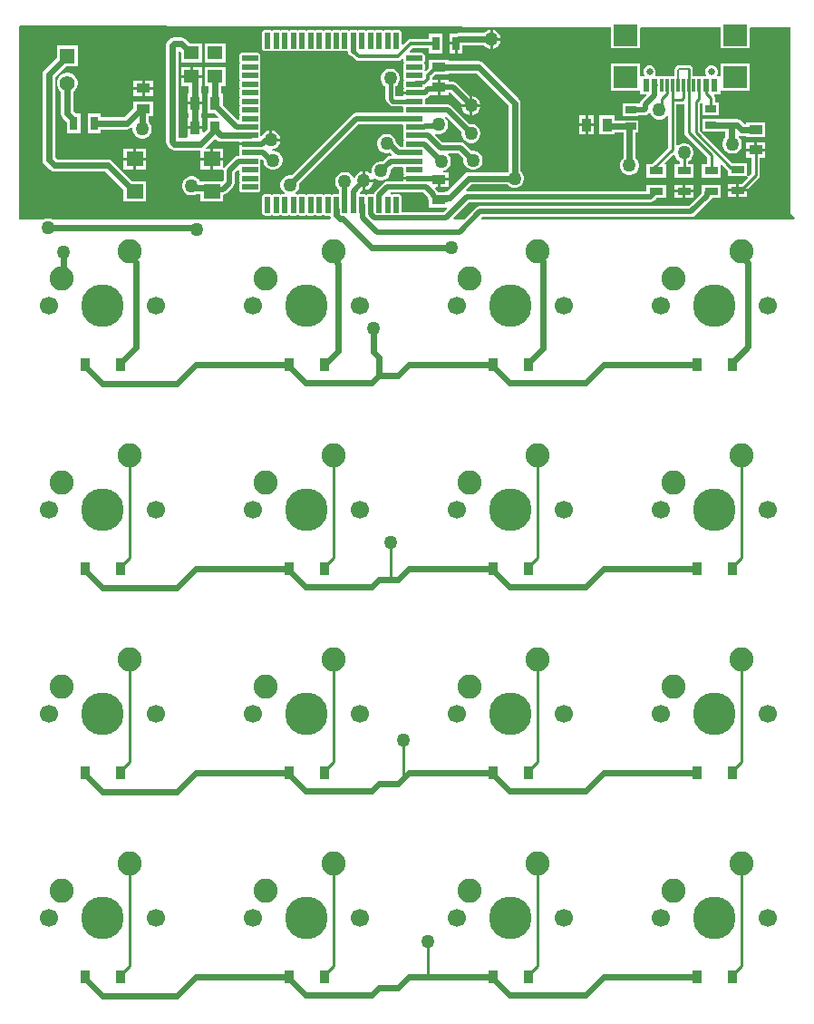
<source format=gbr>
G04*
G04 #@! TF.GenerationSoftware,Altium Limited,Altium Designer,22.4.2 (48)*
G04*
G04 Layer_Physical_Order=2*
G04 Layer_Color=16711680*
%FSLAX25Y25*%
%MOIN*%
G70*
G04*
G04 #@! TF.SameCoordinates,D4448EEE-889B-48FB-A541-E9576EB43F8F*
G04*
G04*
G04 #@! TF.FilePolarity,Positive*
G04*
G01*
G75*
%ADD10C,0.00787*%
%ADD12C,0.01000*%
%ADD13R,0.05118X0.02756*%
%ADD14R,0.05118X0.03543*%
%ADD15R,0.03543X0.05118*%
%ADD26C,0.01968*%
%ADD27C,0.02461*%
%ADD28C,0.08858*%
%ADD29C,0.06693*%
%ADD30C,0.15700*%
%ADD31C,0.02559*%
%ADD32C,0.05575*%
%ADD33R,0.05575X0.05575*%
%ADD34C,0.05000*%
%ADD35R,0.08583X0.07874*%
%ADD36R,0.01181X0.04528*%
%ADD37R,0.02362X0.04528*%
G04:AMPARAMS|DCode=38|XSize=57.87mil|YSize=21.65mil|CornerRadius=2.71mil|HoleSize=0mil|Usage=FLASHONLY|Rotation=0.000|XOffset=0mil|YOffset=0mil|HoleType=Round|Shape=RoundedRectangle|*
%AMROUNDEDRECTD38*
21,1,0.05787,0.01624,0,0,0.0*
21,1,0.05246,0.02165,0,0,0.0*
1,1,0.00541,0.02623,-0.00812*
1,1,0.00541,-0.02623,-0.00812*
1,1,0.00541,-0.02623,0.00812*
1,1,0.00541,0.02623,0.00812*
%
%ADD38ROUNDEDRECTD38*%
G04:AMPARAMS|DCode=39|XSize=57.87mil|YSize=21.65mil|CornerRadius=2.71mil|HoleSize=0mil|Usage=FLASHONLY|Rotation=90.000|XOffset=0mil|YOffset=0mil|HoleType=Round|Shape=RoundedRectangle|*
%AMROUNDEDRECTD39*
21,1,0.05787,0.01624,0,0,90.0*
21,1,0.05246,0.02165,0,0,90.0*
1,1,0.00541,0.00812,0.02623*
1,1,0.00541,0.00812,-0.02623*
1,1,0.00541,-0.00812,-0.02623*
1,1,0.00541,-0.00812,0.02623*
%
%ADD39ROUNDEDRECTD39*%
%ADD40R,0.02756X0.05118*%
%ADD41R,0.03583X0.04803*%
%ADD42R,0.06299X0.05512*%
%ADD43R,0.05512X0.04724*%
%ADD44R,0.03937X0.02559*%
%ADD45C,0.01575*%
%ADD46C,0.01230*%
%ADD47C,0.01181*%
G36*
X444925Y397808D02*
Y389846D01*
X455508D01*
Y397422D01*
X455862Y397775D01*
X485161Y397689D01*
Y389846D01*
X495744D01*
Y397304D01*
X496098Y397656D01*
X510704Y397613D01*
Y329084D01*
X512279Y327509D01*
X511885Y327116D01*
X397219D01*
X397029Y327559D01*
X397307Y327898D01*
X474196D01*
X474970Y328052D01*
X475626Y328491D01*
X481532Y334396D01*
X481951Y335024D01*
X485235D01*
Y339779D01*
X478117D01*
Y337203D01*
X478078Y337008D01*
Y336665D01*
X473358Y331944D01*
X396457D01*
X395683Y331790D01*
X395026Y331352D01*
X390790Y327116D01*
X387099D01*
X386908Y327578D01*
X392740Y333410D01*
X459449D01*
X460223Y333564D01*
X460879Y334002D01*
X461318Y334659D01*
X461390Y335024D01*
X464976D01*
Y339779D01*
X457858D01*
Y337456D01*
X391902D01*
X391741Y337424D01*
X391495Y337885D01*
X393462Y339852D01*
X406617D01*
X407144Y339325D01*
X407942Y338864D01*
X408832Y338626D01*
X409754D01*
X410644Y338864D01*
X411442Y339325D01*
X412093Y339977D01*
X412554Y340775D01*
X412793Y341665D01*
Y342587D01*
X412554Y343477D01*
X412093Y344275D01*
X411567Y344802D01*
Y369841D01*
X411394Y370711D01*
X410901Y371449D01*
X397688Y384662D01*
X396950Y385155D01*
X396080Y385328D01*
X385055D01*
Y385826D01*
X377937D01*
Y382576D01*
X376934Y381573D01*
X376669Y381544D01*
X376327Y381656D01*
X376231Y381895D01*
X376303Y382259D01*
Y383883D01*
X376205Y384379D01*
X376026Y384646D01*
X376205Y384913D01*
X376303Y385408D01*
Y387033D01*
X376205Y387528D01*
X375924Y387949D01*
X375504Y388229D01*
X375008Y388328D01*
X370838D01*
X370647Y388790D01*
X371942Y390086D01*
X377937D01*
Y388173D01*
X382693D01*
Y395291D01*
X377937D01*
Y393379D01*
X371260D01*
X370630Y393254D01*
X370095Y392897D01*
X370095Y392897D01*
X368380Y391181D01*
X367918Y391372D01*
Y395418D01*
X367819Y395914D01*
X367538Y396334D01*
X367118Y396615D01*
X366622Y396714D01*
X364998D01*
X364502Y396615D01*
X364235Y396437D01*
X363968Y396615D01*
X363472Y396714D01*
X361848D01*
X361353Y396615D01*
X361086Y396437D01*
X360819Y396615D01*
X360323Y396714D01*
X358699D01*
X358203Y396615D01*
X357936Y396437D01*
X357669Y396615D01*
X357173Y396714D01*
X355549D01*
X355053Y396615D01*
X354786Y396437D01*
X354519Y396615D01*
X354024Y396714D01*
X352400D01*
X351904Y396615D01*
X351637Y396437D01*
X351370Y396615D01*
X350874Y396714D01*
X349250D01*
X348754Y396615D01*
X348487Y396437D01*
X348220Y396615D01*
X347724Y396714D01*
X346100D01*
X345605Y396615D01*
X345338Y396437D01*
X345071Y396615D01*
X344575Y396714D01*
X342951D01*
X342455Y396615D01*
X342188Y396437D01*
X341921Y396615D01*
X341425Y396714D01*
X339801D01*
X339305Y396615D01*
X339038Y396437D01*
X338771Y396615D01*
X338276Y396714D01*
X336652D01*
X336156Y396615D01*
X335889Y396437D01*
X335622Y396615D01*
X335126Y396714D01*
X333502D01*
X333006Y396615D01*
X332739Y396437D01*
X332472Y396615D01*
X331976Y396714D01*
X330352D01*
X329857Y396615D01*
X329590Y396437D01*
X329323Y396615D01*
X328827Y396714D01*
X327203D01*
X326707Y396615D01*
X326440Y396437D01*
X326173Y396615D01*
X325677Y396714D01*
X324053D01*
X323557Y396615D01*
X323290Y396437D01*
X323023Y396615D01*
X322528Y396714D01*
X320904D01*
X320408Y396615D01*
X320141Y396437D01*
X319874Y396615D01*
X319378Y396714D01*
X317754D01*
X317258Y396615D01*
X316838Y396334D01*
X316557Y395914D01*
X316458Y395418D01*
Y390172D01*
X316557Y389676D01*
X316838Y389256D01*
X317258Y388975D01*
X317754Y388877D01*
X319378D01*
X319874Y388975D01*
X320141Y389154D01*
X320408Y388975D01*
X320904Y388877D01*
X322528D01*
X323023Y388975D01*
X323290Y389154D01*
X323557Y388975D01*
X324053Y388877D01*
X325677D01*
X326173Y388975D01*
X326440Y389154D01*
X326707Y388975D01*
X327203Y388877D01*
X328827D01*
X329323Y388975D01*
X329590Y389154D01*
X329857Y388975D01*
X330352Y388877D01*
X331976D01*
X332472Y388975D01*
X332739Y389154D01*
X333006Y388975D01*
X333502Y388877D01*
X335126D01*
X335622Y388975D01*
X335889Y389154D01*
X336156Y388975D01*
X336652Y388877D01*
X338276D01*
X338771Y388975D01*
X339038Y389154D01*
X339305Y388975D01*
X339801Y388877D01*
X341425D01*
X341921Y388975D01*
X342188Y389154D01*
X342455Y388975D01*
X342951Y388877D01*
X344575D01*
X345071Y388975D01*
X345338Y389154D01*
X345605Y388975D01*
X346100Y388877D01*
X347724D01*
X348195Y388461D01*
X348276Y388057D01*
X348714Y387401D01*
X349371Y386963D01*
X349763Y386884D01*
X350804Y385843D01*
X351338Y385486D01*
X351969Y385361D01*
X366535D01*
X366535Y385361D01*
X367166Y385486D01*
X367700Y385843D01*
X368004Y386148D01*
X368466Y385957D01*
Y385408D01*
X368565Y384913D01*
X368743Y384646D01*
X368565Y384379D01*
X368466Y383883D01*
Y382259D01*
X368565Y381763D01*
X368743Y381496D01*
X368565Y381229D01*
X368466Y380733D01*
Y379109D01*
X368565Y378613D01*
X368743Y378346D01*
X368565Y378079D01*
X368466Y377584D01*
Y375960D01*
X368565Y375464D01*
X368743Y375197D01*
X368565Y374930D01*
X368466Y374434D01*
Y374122D01*
X372385D01*
Y373122D01*
X368466D01*
Y372810D01*
X368469Y372795D01*
X368059Y372295D01*
X365504D01*
Y375948D01*
X365830Y376136D01*
X366482Y376788D01*
X366943Y377586D01*
X367181Y378476D01*
Y379398D01*
X366943Y380288D01*
X366482Y381086D01*
X365830Y381738D01*
X365032Y382199D01*
X364142Y382437D01*
X363220D01*
X362330Y382199D01*
X361532Y381738D01*
X360880Y381086D01*
X360420Y380288D01*
X360181Y379398D01*
Y378476D01*
X360420Y377586D01*
X360880Y376788D01*
X361532Y376136D01*
X361859Y375948D01*
Y371395D01*
X361859Y371395D01*
X361997Y370697D01*
X362392Y370106D01*
X363315Y369184D01*
X363315Y369184D01*
X363906Y368789D01*
X364604Y368650D01*
X368059D01*
X368469Y368150D01*
X368466Y368135D01*
Y366511D01*
X368208Y366196D01*
X351181D01*
X350407Y366042D01*
X349750Y365604D01*
X327373Y343226D01*
X327232Y343264D01*
X326311D01*
X325421Y343025D01*
X324623Y342565D01*
X323971Y341913D01*
X323510Y341115D01*
X323272Y340225D01*
Y339303D01*
X323510Y338413D01*
X323971Y337615D01*
X324623Y336963D01*
X324870Y336820D01*
X324736Y336320D01*
X324053D01*
X323557Y336222D01*
X323290Y336043D01*
X323023Y336222D01*
X322528Y336320D01*
X320904D01*
X320408Y336222D01*
X320141Y336043D01*
X319874Y336222D01*
X319378Y336320D01*
X317754D01*
X317258Y336222D01*
X316838Y335941D01*
X316557Y335520D01*
X316458Y335025D01*
Y329779D01*
X316557Y329283D01*
X316838Y328862D01*
X317258Y328582D01*
X317754Y328483D01*
X319378D01*
X319874Y328582D01*
X320141Y328760D01*
X320408Y328582D01*
X320904Y328483D01*
X322528D01*
X323023Y328582D01*
X323290Y328760D01*
X323557Y328582D01*
X324053Y328483D01*
X325677D01*
X326173Y328582D01*
X326440Y328760D01*
X326707Y328582D01*
X327203Y328483D01*
X328827D01*
X329323Y328582D01*
X329590Y328760D01*
X329857Y328582D01*
X330352Y328483D01*
X331976D01*
X332472Y328582D01*
X332739Y328760D01*
X333006Y328582D01*
X333502Y328483D01*
X335126D01*
X335622Y328582D01*
X335889Y328760D01*
X336156Y328582D01*
X336652Y328483D01*
X338276D01*
X338771Y328582D01*
X339038Y328760D01*
X339305Y328582D01*
X339801Y328483D01*
X341425D01*
X341505Y328499D01*
X341662Y327709D01*
X341764Y327557D01*
X341528Y327116D01*
X239157D01*
X239048Y327179D01*
X238158Y327417D01*
X237236D01*
X236346Y327179D01*
X236237Y327116D01*
X227240D01*
Y396013D01*
Y398096D01*
X227594Y398449D01*
X444925Y397808D01*
D02*
G37*
G36*
X407019Y368899D02*
Y344802D01*
X406617Y344400D01*
X392520D01*
X391650Y344227D01*
X390912Y343734D01*
X384421Y337243D01*
X384266D01*
X383396Y337070D01*
X383392Y337067D01*
X382213D01*
X381994Y337024D01*
X381318D01*
X381306Y337085D01*
X380868Y337742D01*
X380111Y338499D01*
X380302Y338961D01*
X380996D01*
Y341732D01*
X381496D01*
Y342232D01*
X385055D01*
Y344504D01*
X383202D01*
X383137Y345004D01*
X383733Y345164D01*
X384531Y345624D01*
X385183Y346276D01*
X385643Y347074D01*
X385882Y347964D01*
Y348886D01*
X385643Y349776D01*
X385183Y350574D01*
X384933Y350823D01*
X385141Y351323D01*
X388729D01*
X390632Y349420D01*
X390595Y349280D01*
Y348358D01*
X390833Y347468D01*
X391294Y346670D01*
X391945Y346018D01*
X392743Y345557D01*
X393634Y345319D01*
X394555D01*
X395445Y345557D01*
X396244Y346018D01*
X396895Y346670D01*
X397356Y347468D01*
X397594Y348358D01*
Y349280D01*
X397356Y350170D01*
X396895Y350968D01*
X396244Y351620D01*
X395445Y352080D01*
X394555Y352319D01*
X393634D01*
X393493Y352281D01*
X390998Y354777D01*
X390341Y355216D01*
X389567Y355370D01*
X382882D01*
X380149Y358103D01*
X380408Y358551D01*
X380937Y358410D01*
X381858D01*
X382749Y358648D01*
X383547Y359109D01*
X384198Y359760D01*
X384659Y360559D01*
X384898Y361449D01*
Y362370D01*
X384659Y363260D01*
X384198Y364058D01*
X383861Y364396D01*
X384011Y364953D01*
X384124Y364984D01*
X389845Y359263D01*
X389807Y359122D01*
Y358201D01*
X390046Y357311D01*
X390506Y356512D01*
X391158Y355861D01*
X391956Y355400D01*
X392846Y355161D01*
X393768D01*
X394658Y355400D01*
X395456Y355861D01*
X396108Y356512D01*
X396569Y357311D01*
X396807Y358201D01*
Y359122D01*
X396569Y360012D01*
X396108Y360810D01*
X395456Y361462D01*
X394658Y361923D01*
X393768Y362161D01*
X392846D01*
X392706Y362124D01*
X386159Y368671D01*
X385503Y369109D01*
X384728Y369263D01*
X376619D01*
X376301Y369650D01*
X376303Y369660D01*
Y371284D01*
X376726Y371721D01*
X377161Y371808D01*
X377817Y372246D01*
X378373Y372802D01*
X380996D01*
Y375574D01*
Y378345D01*
X379520D01*
X379203Y378732D01*
X379211Y378770D01*
Y379263D01*
X380230Y380282D01*
X385055D01*
Y380780D01*
X395138D01*
X407019Y368899D01*
D02*
G37*
G36*
X368466Y361836D02*
Y360212D01*
X368565Y359716D01*
X368743Y359449D01*
X368565Y359182D01*
X368466Y358686D01*
Y357062D01*
X368565Y356566D01*
X368743Y356299D01*
X368565Y356032D01*
X368466Y355536D01*
Y353912D01*
X368208Y353598D01*
X367308D01*
X365803Y355103D01*
Y355382D01*
X365565Y356272D01*
X365104Y357070D01*
X364452Y357722D01*
X363654Y358183D01*
X362764Y358421D01*
X361842D01*
X360952Y358183D01*
X360154Y357722D01*
X359502Y357070D01*
X359042Y356272D01*
X358803Y355382D01*
Y354461D01*
X359042Y353570D01*
X359502Y352772D01*
X360154Y352121D01*
X360952Y351660D01*
X361842Y351421D01*
X362764D01*
X363551Y351632D01*
X364273Y350910D01*
X364082Y350448D01*
X363779D01*
X363005Y350294D01*
X362349Y349856D01*
X360838Y348344D01*
X360697Y348382D01*
X359775D01*
X358885Y348143D01*
X358087Y347683D01*
X357435Y347031D01*
X356975Y346233D01*
X356736Y345343D01*
Y344421D01*
X356819Y344114D01*
X356370Y343855D01*
X356086Y344139D01*
X355288Y344600D01*
X354437Y344828D01*
Y341839D01*
X357427D01*
X357355Y342107D01*
X357803Y342365D01*
X358087Y342081D01*
X358885Y341620D01*
X359775Y341382D01*
X360697D01*
X361587Y341620D01*
X362385Y342081D01*
X363037Y342733D01*
X363498Y343531D01*
X363736Y344421D01*
Y345343D01*
X363699Y345483D01*
X364617Y346402D01*
X368208D01*
X368466Y346088D01*
Y344464D01*
X368565Y343968D01*
X368743Y343701D01*
X368565Y343434D01*
X368466Y342938D01*
Y342626D01*
X372385D01*
Y341626D01*
X368466D01*
Y341314D01*
X368208Y341000D01*
X362611D01*
X361837Y340845D01*
X361181Y340407D01*
X358163Y337389D01*
X357724Y336733D01*
X357624Y336230D01*
X357173Y336320D01*
X355549D01*
X355053Y336222D01*
X354786Y336043D01*
X354519Y336222D01*
X354024Y336320D01*
X352487D01*
X352340Y336529D01*
X352262Y336803D01*
X353336Y337876D01*
X353437Y337849D01*
Y341339D01*
Y344828D01*
X352586Y344600D01*
X351788Y344139D01*
X351136Y343488D01*
X350676Y342689D01*
X350600Y342407D01*
X350313Y342342D01*
X350071Y342366D01*
X349651Y343094D01*
X348999Y343746D01*
X348201Y344206D01*
X347311Y344445D01*
X346390D01*
X345499Y344206D01*
X344701Y343746D01*
X344050Y343094D01*
X343589Y342296D01*
X343350Y341406D01*
Y340484D01*
X343589Y339594D01*
X344050Y338796D01*
X344701Y338144D01*
X344889Y338036D01*
Y336578D01*
X344575Y336320D01*
X342951D01*
X342455Y336222D01*
X342188Y336043D01*
X341921Y336222D01*
X341425Y336320D01*
X339801D01*
X339305Y336222D01*
X339038Y336043D01*
X338771Y336222D01*
X338276Y336320D01*
X336652D01*
X336156Y336222D01*
X335889Y336043D01*
X335622Y336222D01*
X335126Y336320D01*
X333502D01*
X333006Y336222D01*
X332739Y336043D01*
X332472Y336222D01*
X331976Y336320D01*
X330352D01*
X329857Y336222D01*
X329590Y336043D01*
X329323Y336222D01*
X328827Y336320D01*
X328807D01*
X328673Y336820D01*
X328921Y336963D01*
X329572Y337615D01*
X330033Y338413D01*
X330272Y339303D01*
Y340225D01*
X330234Y340365D01*
X352019Y362150D01*
X368208D01*
X368466Y361836D01*
D02*
G37*
G36*
X377426Y335460D02*
X377568Y334749D01*
X377937Y334197D01*
Y331480D01*
X384381D01*
X384588Y330980D01*
X383155Y329547D01*
X368108D01*
X367918Y329779D01*
Y335025D01*
X367819Y335520D01*
X367538Y335941D01*
X367118Y336222D01*
X366622Y336320D01*
X364998D01*
X364502Y336222D01*
X364235Y336043D01*
X363968Y336222D01*
X363834Y336248D01*
X363813Y336266D01*
X363627Y336799D01*
X363748Y336953D01*
X369337D01*
X369762Y336869D01*
X375008D01*
X375432Y336953D01*
X375934D01*
X377426Y335460D01*
D02*
G37*
%LPC*%
G36*
X401287Y396797D02*
Y393807D01*
X404277D01*
X404049Y394658D01*
X403588Y395456D01*
X402937Y396108D01*
X402138Y396569D01*
X401287Y396797D01*
D02*
G37*
G36*
X404277Y392807D02*
X401287D01*
Y389818D01*
X402138Y390046D01*
X402937Y390506D01*
X403588Y391158D01*
X404049Y391956D01*
X404277Y392807D01*
D02*
G37*
G36*
X400287Y396797D02*
X399436Y396569D01*
X398638Y396108D01*
X398112Y395581D01*
X388673D01*
X387803Y395408D01*
X387628Y395291D01*
X385417D01*
Y392232D01*
X387795D01*
Y391732D01*
X388295D01*
Y388173D01*
X390173D01*
Y391033D01*
X398112D01*
X398638Y390506D01*
X399436Y390046D01*
X400287Y389818D01*
Y393307D01*
Y396797D01*
D02*
G37*
G36*
X387295Y391232D02*
X385417D01*
Y388173D01*
X387295D01*
Y391232D01*
D02*
G37*
G36*
X302969Y391551D02*
X295457D01*
Y384827D01*
X302969D01*
Y391551D01*
D02*
G37*
G36*
X286614Y394006D02*
X284050D01*
X283180Y393833D01*
X282442Y393340D01*
X281857Y392754D01*
X281364Y392017D01*
X281191Y391146D01*
Y355512D01*
X281364Y354642D01*
X281857Y353904D01*
X282644Y353116D01*
X283382Y352624D01*
X284252Y352450D01*
X293882D01*
Y349713D01*
X297532D01*
Y352969D01*
X296081D01*
X295874Y353468D01*
X299213Y356807D01*
X299753Y356266D01*
X300491Y355773D01*
X301361Y355600D01*
X308020D01*
X308073Y355536D01*
Y355224D01*
X311991D01*
Y354224D01*
X308073D01*
Y353912D01*
X308171Y353417D01*
X308350Y353150D01*
X308171Y352883D01*
X308073Y352387D01*
Y350763D01*
X307635Y350401D01*
X307100Y350294D01*
X306443Y349856D01*
X302900Y346312D01*
X302681Y345985D01*
X302181Y346136D01*
Y348713D01*
X298532D01*
Y345457D01*
X301912D01*
X302335Y345021D01*
X302308Y344882D01*
Y341605D01*
X302181Y341158D01*
X293882D01*
X293882Y341158D01*
Y341158D01*
X293453Y341344D01*
X293352Y341519D01*
X292700Y342171D01*
X291902Y342632D01*
X291012Y342870D01*
X290090D01*
X289200Y342632D01*
X288402Y342171D01*
X287751Y341519D01*
X287290Y340721D01*
X287051Y339831D01*
Y338909D01*
X287290Y338019D01*
X287751Y337221D01*
X288402Y336569D01*
X289200Y336109D01*
X290090Y335870D01*
X291012D01*
X291902Y336109D01*
X292357Y336371D01*
X293882D01*
Y333646D01*
X302181D01*
Y336133D01*
X302870Y336270D01*
X303526Y336708D01*
X305761Y338944D01*
X306200Y339600D01*
X306354Y340374D01*
Y344044D01*
X307611Y345301D01*
X308073Y345109D01*
Y344464D01*
X308171Y343968D01*
X308350Y343701D01*
X308171Y343434D01*
X308073Y342938D01*
Y341314D01*
X308171Y340818D01*
X308350Y340551D01*
X308171Y340284D01*
X308073Y339788D01*
Y338164D01*
X308171Y337669D01*
X308452Y337248D01*
X308872Y336967D01*
X309368Y336869D01*
X314614D01*
X315110Y336967D01*
X315530Y337248D01*
X315811Y337669D01*
X315910Y338164D01*
Y339788D01*
X315811Y340284D01*
X315633Y340551D01*
X315811Y340818D01*
X315910Y341314D01*
Y342938D01*
X315811Y343434D01*
X315633Y343701D01*
X315811Y343968D01*
X315910Y344464D01*
Y346088D01*
X315811Y346583D01*
X315633Y346850D01*
X315811Y347117D01*
X315910Y347613D01*
Y348961D01*
X316410Y349168D01*
X316972Y348606D01*
Y348358D01*
X317211Y347468D01*
X317672Y346670D01*
X318323Y346018D01*
X319122Y345557D01*
X320012Y345319D01*
X320933D01*
X321823Y345557D01*
X322621Y346018D01*
X323273Y346670D01*
X323734Y347468D01*
X323972Y348358D01*
Y349280D01*
X323734Y350170D01*
X323273Y350968D01*
X322621Y351620D01*
X321823Y352080D01*
X320933Y352319D01*
X320422D01*
X320285Y352319D01*
X320219Y352819D01*
X320369Y352859D01*
X321036Y353038D01*
X321834Y353499D01*
X322486Y354150D01*
X322947Y354948D01*
X323175Y355799D01*
X319685D01*
Y356299D01*
X319185D01*
Y359789D01*
X318334Y359561D01*
X317536Y359100D01*
X316884Y358448D01*
X316424Y357650D01*
X316410Y357599D01*
X315915Y357664D01*
X315910Y357667D01*
Y358686D01*
X315811Y359182D01*
X315633Y359449D01*
X315811Y359716D01*
X315910Y360212D01*
Y361836D01*
X315811Y362331D01*
X315633Y362598D01*
X315811Y362865D01*
X315910Y363361D01*
Y364985D01*
X315811Y365481D01*
X315633Y365748D01*
X315811Y366015D01*
X315910Y366511D01*
Y368135D01*
X315811Y368631D01*
X315633Y368898D01*
X315811Y369165D01*
X315910Y369660D01*
Y371284D01*
X315811Y371780D01*
X315633Y372047D01*
X315811Y372314D01*
X315910Y372810D01*
Y374434D01*
X315811Y374930D01*
X315633Y375197D01*
X315811Y375464D01*
X315910Y375960D01*
Y377584D01*
X315811Y378079D01*
X315633Y378346D01*
X315811Y378613D01*
X315910Y379109D01*
Y380733D01*
X315811Y381229D01*
X315633Y381496D01*
X315811Y381763D01*
X315910Y382259D01*
Y383883D01*
X315811Y384379D01*
X315633Y384646D01*
X315811Y384913D01*
X315910Y385408D01*
Y387033D01*
X315811Y387528D01*
X315530Y387949D01*
X315110Y388229D01*
X314614Y388328D01*
X309368D01*
X308872Y388229D01*
X308452Y387949D01*
X308171Y387528D01*
X308073Y387033D01*
Y385408D01*
X308171Y384913D01*
X308350Y384646D01*
X308171Y384379D01*
X308073Y383883D01*
Y382259D01*
X308171Y381763D01*
X308350Y381496D01*
X308171Y381229D01*
X308073Y380733D01*
Y379109D01*
X308171Y378613D01*
X308350Y378346D01*
X308171Y378079D01*
X308073Y377584D01*
Y375960D01*
X308171Y375464D01*
X308350Y375197D01*
X308171Y374930D01*
X308073Y374434D01*
Y372810D01*
X308171Y372314D01*
X308350Y372047D01*
X308171Y371780D01*
X308073Y371284D01*
Y369660D01*
X308171Y369165D01*
X308350Y368898D01*
X308171Y368631D01*
X308073Y368135D01*
Y366511D01*
X308171Y366015D01*
X308350Y365748D01*
X308171Y365481D01*
X308073Y364985D01*
Y363606D01*
X307573Y363399D01*
X301984Y368987D01*
Y373244D01*
X301487D01*
Y376165D01*
X302969D01*
Y382890D01*
X295457D01*
Y376165D01*
X296939D01*
Y373244D01*
X296441D01*
Y366126D01*
X299123D01*
X300418Y364831D01*
X300227Y364369D01*
X296441D01*
Y360467D01*
X294966Y358992D01*
X294504Y359183D01*
Y360310D01*
X291732D01*
X288961D01*
Y357251D01*
X288565Y356998D01*
X285739D01*
Y388739D01*
X286200Y388930D01*
X286795Y388335D01*
Y384827D01*
X294307D01*
Y391551D01*
X290011D01*
X288222Y393340D01*
X287484Y393833D01*
X286614Y394006D01*
D02*
G37*
G36*
X294307Y382890D02*
X291051D01*
Y380028D01*
X294307D01*
Y382890D01*
D02*
G37*
G36*
X290051D02*
X286795D01*
Y380028D01*
X290051D01*
Y382890D01*
D02*
G37*
G36*
X495744Y384248D02*
X485161D01*
Y380102D01*
X485114Y379622D01*
X483932Y379622D01*
X483701Y380122D01*
X483992Y380826D01*
Y381733D01*
X483645Y382571D01*
X483004Y383212D01*
X482166Y383559D01*
X481259D01*
X480421Y383212D01*
X479780Y382571D01*
X479433Y381733D01*
Y380826D01*
X479725Y380122D01*
X479493Y379622D01*
X474817D01*
Y382283D01*
X474700Y382869D01*
X474369Y383365D01*
X473873Y383696D01*
X473287Y383813D01*
X472743Y383704D01*
X469925D01*
X469381Y383596D01*
X468920Y383288D01*
X468456Y382824D01*
X468148Y382363D01*
X468040Y381819D01*
Y379622D01*
X461176D01*
X460945Y380122D01*
X461236Y380826D01*
Y381733D01*
X460889Y382571D01*
X460248Y383212D01*
X459410Y383559D01*
X458503D01*
X457665Y383212D01*
X457024Y382571D01*
X456677Y381733D01*
Y380826D01*
X456969Y380122D01*
X456737Y379622D01*
X455555Y379622D01*
X455508Y380102D01*
Y384248D01*
X444925D01*
Y374374D01*
X455055D01*
X455508Y374374D01*
X455555Y373894D01*
Y373095D01*
X457769D01*
X457960Y372633D01*
X455943Y370616D01*
X455505Y369959D01*
X455435Y369607D01*
X454937Y369602D01*
Y369602D01*
X449000D01*
Y365043D01*
X454937D01*
Y365300D01*
X456988D01*
X457762Y365454D01*
X458419Y365892D01*
X458751Y366225D01*
X459237Y366207D01*
X459276Y366200D01*
X459337Y365972D01*
X459798Y365174D01*
X460449Y364522D01*
X461247Y364061D01*
X462138Y363823D01*
X463059D01*
X463949Y364061D01*
X464747Y364522D01*
X465352Y365127D01*
X465787Y365070D01*
X465852Y365052D01*
Y353449D01*
X459664Y347260D01*
X457858D01*
Y342504D01*
X464976D01*
Y347260D01*
X464643D01*
X464452Y347722D01*
X467680Y350950D01*
X468237Y350801D01*
X468392Y350224D01*
X468853Y349426D01*
X469504Y348774D01*
X470124Y348416D01*
Y347260D01*
X468094D01*
Y342504D01*
X475213D01*
Y347260D01*
X473183D01*
Y348416D01*
X473803Y348774D01*
X474454Y349426D01*
X474915Y350224D01*
X475153Y351114D01*
Y352036D01*
X474915Y352926D01*
X474454Y353724D01*
X473803Y354376D01*
X473004Y354836D01*
X472114Y355075D01*
X471193D01*
X470303Y354836D01*
X469504Y354376D01*
X469373Y354244D01*
X468911Y354436D01*
Y369435D01*
X470824D01*
X471258Y369522D01*
X471758Y369229D01*
Y358924D01*
X471874Y358338D01*
X472206Y357842D01*
X480147Y349901D01*
Y347260D01*
X478117D01*
Y342504D01*
X485235D01*
X485235Y346896D01*
Y346932D01*
D01*
X485235Y346934D01*
X485283Y346954D01*
X485735Y347141D01*
X487780Y345097D01*
Y342898D01*
X494422D01*
X494752Y342898D01*
X495003Y342441D01*
X492735Y340173D01*
X491839D01*
Y338295D01*
X495183D01*
X499113Y342226D01*
X499444Y342722D01*
X499561Y343307D01*
Y349804D01*
X501590D01*
Y352076D01*
X498032D01*
X494472D01*
Y349804D01*
X496502D01*
Y343941D01*
X495354Y342793D01*
X494898Y343043D01*
X494898Y343337D01*
Y347654D01*
X490608D01*
X490461Y347683D01*
X489519D01*
X478255Y358948D01*
X478575Y359335D01*
X479008Y359335D01*
X484465D01*
Y359340D01*
X486702D01*
Y357006D01*
X486569Y356873D01*
X486109Y356075D01*
X485870Y355185D01*
Y354264D01*
X486109Y353374D01*
X486569Y352575D01*
X487221Y351924D01*
X488019Y351463D01*
X488909Y351224D01*
X489831D01*
X490721Y351463D01*
X491519Y351924D01*
X492171Y352575D01*
X492632Y353374D01*
X492870Y354264D01*
Y355185D01*
X492632Y356075D01*
X492171Y356873D01*
X491624Y357421D01*
X491942Y357809D01*
X492043Y357742D01*
X492913Y357569D01*
X494472D01*
Y357284D01*
X501590D01*
Y362828D01*
X494472D01*
Y362117D01*
X493855D01*
X492750Y363222D01*
X492012Y363715D01*
X491142Y363888D01*
X484465D01*
Y363894D01*
X478528D01*
Y359832D01*
X478527Y359382D01*
X478141Y359062D01*
X477514Y359689D01*
Y369598D01*
X477957Y370042D01*
X477972Y370051D01*
X477981Y370056D01*
X478117Y370059D01*
X478527Y369661D01*
X478528Y369534D01*
Y365437D01*
X484465D01*
Y369996D01*
X483026D01*
Y371646D01*
X482909Y372231D01*
X482666Y372594D01*
X482860Y373095D01*
X485114D01*
Y373894D01*
X485161Y374374D01*
X485614Y374374D01*
X495744D01*
Y384248D01*
D02*
G37*
G36*
X276394Y377969D02*
X273335D01*
Y375697D01*
X276394D01*
Y377969D01*
D02*
G37*
G36*
X272335D02*
X269276D01*
Y375697D01*
X272335D01*
Y377969D01*
D02*
G37*
G36*
X276394Y374697D02*
X273335D01*
Y372425D01*
X276394D01*
Y374697D01*
D02*
G37*
G36*
X272335D02*
X269276D01*
Y372425D01*
X272335D01*
Y374697D01*
D02*
G37*
G36*
X294307Y379028D02*
X290551D01*
X286795D01*
Y376165D01*
X289458D01*
Y373244D01*
X288961D01*
Y370185D01*
X291732D01*
X294504D01*
Y373244D01*
X294006D01*
Y376165D01*
X294307D01*
Y379028D01*
D02*
G37*
G36*
X276394Y370488D02*
X269276D01*
Y368161D01*
X265728Y364614D01*
X257102D01*
Y365899D01*
X252346D01*
Y358781D01*
X257102D01*
Y360066D01*
X266670D01*
X267541Y360239D01*
X268278Y360732D01*
X268489Y360942D01*
X268917Y360710D01*
X268941Y360687D01*
Y359775D01*
X269180Y358885D01*
X269640Y358087D01*
X270292Y357435D01*
X271090Y356975D01*
X271980Y356736D01*
X272902D01*
X273792Y356975D01*
X274590Y357435D01*
X275242Y358087D01*
X275702Y358885D01*
X275941Y359775D01*
Y360697D01*
X275702Y361587D01*
X275242Y362385D01*
X274715Y362912D01*
Y364945D01*
X276394D01*
Y370488D01*
D02*
G37*
G36*
X438598Y365370D02*
X436327D01*
Y362311D01*
X438598D01*
Y365370D01*
D02*
G37*
G36*
X435327D02*
X433055D01*
Y362311D01*
X435327D01*
Y365370D01*
D02*
G37*
G36*
X294504Y369185D02*
X291732D01*
X288961D01*
Y366126D01*
X289458D01*
Y364369D01*
X288961D01*
Y361310D01*
X291732D01*
X294504D01*
Y364369D01*
X294006D01*
Y366126D01*
X294504D01*
Y369185D01*
D02*
G37*
G36*
X245380Y380953D02*
X244383D01*
X243420Y380695D01*
X242556Y380196D01*
X241851Y379491D01*
X241353Y378627D01*
X241094Y377664D01*
Y376667D01*
X241353Y375704D01*
X241851Y374840D01*
X242556Y374135D01*
X242608Y374105D01*
Y365883D01*
X242781Y365013D01*
X243274Y364275D01*
X244866Y362683D01*
Y358781D01*
X249622D01*
Y365899D01*
X248082D01*
X247156Y366825D01*
Y374105D01*
X247207Y374135D01*
X247913Y374840D01*
X248411Y375704D01*
X248669Y376667D01*
Y377664D01*
X248411Y378627D01*
X247913Y379491D01*
X247207Y380196D01*
X246344Y380695D01*
X245380Y380953D01*
D02*
G37*
G36*
X438598Y361311D02*
X436327D01*
Y358252D01*
X438598D01*
Y361311D01*
D02*
G37*
G36*
X435327D02*
X433055D01*
Y358252D01*
X435327D01*
Y361311D01*
D02*
G37*
G36*
X320185Y359789D02*
Y356799D01*
X323175D01*
X322947Y357650D01*
X322486Y358448D01*
X321834Y359100D01*
X321036Y359561D01*
X320185Y359789D01*
D02*
G37*
G36*
X501590Y355347D02*
X498531D01*
Y353076D01*
X501590D01*
Y355347D01*
D02*
G37*
G36*
X497532D02*
X494472D01*
Y353076D01*
X497532D01*
Y355347D01*
D02*
G37*
G36*
X273835Y352969D02*
X270185D01*
Y349713D01*
X273835D01*
Y352969D01*
D02*
G37*
G36*
X302181D02*
X298532D01*
Y349713D01*
X302181D01*
Y352969D01*
D02*
G37*
G36*
X269185D02*
X265535D01*
Y349713D01*
X269185D01*
Y352969D01*
D02*
G37*
G36*
X297532Y348713D02*
X293882D01*
Y345457D01*
X297532D01*
Y348713D01*
D02*
G37*
G36*
X273835D02*
X270185D01*
Y345457D01*
X273835D01*
Y348713D01*
D02*
G37*
G36*
X269185D02*
X265535D01*
Y345457D01*
X269185D01*
Y348713D01*
D02*
G37*
G36*
X446079Y365370D02*
X440535D01*
Y358252D01*
X446079D01*
Y358946D01*
X449000D01*
Y358941D01*
X449301D01*
Y349526D01*
X448774Y348999D01*
X448313Y348201D01*
X448075Y347311D01*
Y346390D01*
X448313Y345499D01*
X448774Y344701D01*
X449426Y344050D01*
X450224Y343589D01*
X451114Y343350D01*
X452036D01*
X452926Y343589D01*
X453724Y344050D01*
X454376Y344701D01*
X454836Y345499D01*
X455075Y346390D01*
Y347311D01*
X454836Y348201D01*
X454376Y348999D01*
X453849Y349526D01*
Y358941D01*
X454937D01*
Y363500D01*
X449000D01*
Y363494D01*
X446079D01*
Y365370D01*
D02*
G37*
G36*
X490839Y340173D02*
X487780D01*
Y338295D01*
X490839D01*
Y340173D01*
D02*
G37*
G36*
X475213Y339779D02*
X472154D01*
Y337901D01*
X475213D01*
Y339779D01*
D02*
G37*
G36*
X471153D02*
X468094D01*
Y337901D01*
X471153D01*
Y339779D01*
D02*
G37*
G36*
X491339Y337795D02*
D01*
D01*
D01*
D02*
G37*
G36*
X494898Y337295D02*
X491839D01*
Y335417D01*
X494898D01*
Y337295D01*
D02*
G37*
G36*
X490839D02*
X487780D01*
Y335417D01*
X490839D01*
Y337295D01*
D02*
G37*
G36*
X475213Y336901D02*
X472154D01*
Y335024D01*
X475213D01*
Y336901D01*
D02*
G37*
G36*
X471153D02*
X468094D01*
Y335024D01*
X471153D01*
Y336901D01*
D02*
G37*
G36*
X248669Y390953D02*
X241094D01*
Y386594D01*
X236436Y381936D01*
X235944Y381198D01*
X235770Y380328D01*
Y348963D01*
X235944Y348093D01*
X236436Y347356D01*
X238549Y345242D01*
X239287Y344749D01*
X240158Y344576D01*
X258901D01*
X265535Y337942D01*
Y333646D01*
X273835D01*
Y341158D01*
X268751D01*
X261451Y348458D01*
X260713Y348951D01*
X259842Y349124D01*
X241099D01*
X240318Y349905D01*
Y379386D01*
X244310Y383378D01*
X248669D01*
Y390953D01*
D02*
G37*
G36*
X393807Y372387D02*
Y369398D01*
X396797D01*
X396569Y370249D01*
X396108Y371047D01*
X395456Y371698D01*
X394658Y372159D01*
X393807Y372387D01*
D02*
G37*
G36*
X385055Y378345D02*
X381996D01*
Y375574D01*
Y372802D01*
X385055D01*
Y373551D01*
X385793D01*
X389845Y369499D01*
X389818Y369398D01*
X392807D01*
Y372387D01*
X392706Y372360D01*
X388061Y377004D01*
X387405Y377443D01*
X386631Y377597D01*
X385055D01*
Y378345D01*
D02*
G37*
G36*
X396797Y368398D02*
X393807D01*
Y365408D01*
X394658Y365636D01*
X395456Y366097D01*
X396108Y366749D01*
X396569Y367547D01*
X396797Y368398D01*
D02*
G37*
G36*
X392807D02*
X389818D01*
X390046Y367547D01*
X390506Y366749D01*
X391158Y366097D01*
X391956Y365636D01*
X392807Y365408D01*
Y368398D01*
D02*
G37*
G36*
X385055Y341232D02*
X381996D01*
Y338961D01*
X385055D01*
Y341232D01*
D02*
G37*
G36*
X357427Y340839D02*
X354437D01*
Y337849D01*
X355288Y338077D01*
X356086Y338538D01*
X356738Y339190D01*
X357199Y339988D01*
X357427Y340839D01*
D02*
G37*
%LPD*%
D10*
X469925Y382283D02*
X473287D01*
X469461Y377694D02*
Y381819D01*
X469925Y382283D01*
D12*
X473287Y358924D02*
X481676Y350535D01*
X473287Y358924D02*
Y382283D01*
X460433Y345866D02*
X467382Y352815D01*
Y376358D01*
X477224Y371472D02*
Y376358D01*
X475984Y370232D02*
X477224Y371472D01*
X471410Y371550D02*
Y374120D01*
X471410Y374120D02*
X471410Y374120D01*
X471410Y374120D02*
Y376268D01*
X471319Y376358D02*
X471410Y376268D01*
X467492Y370965D02*
X470824D01*
X471410Y371550D01*
X465492Y373337D02*
Y376358D01*
X387795Y391732D02*
Y392429D01*
X388673Y393307D01*
X298031Y337402D02*
X298769Y338139D01*
X296788Y338646D02*
X298031Y337402D01*
X296063Y339370D02*
X296788Y338646D01*
X479894Y373249D02*
X481496Y371646D01*
Y367717D02*
Y371646D01*
X479894Y373249D02*
Y377694D01*
X381496Y334252D02*
X382213Y334969D01*
X380709Y334252D02*
X381496D01*
X272441Y367323D02*
X272835Y367717D01*
X372385Y376772D02*
X372952Y377339D01*
X380709Y383054D02*
X381496D01*
X459449Y335433D02*
X461417Y337402D01*
X272047Y367717D02*
X272835D01*
X247244Y362340D02*
Y363521D01*
X269291Y337402D02*
X269685D01*
X377559Y48622D02*
Y61811D01*
X368504Y135827D02*
X368522Y135809D01*
Y121671D02*
Y135809D01*
X363779Y194720D02*
Y208268D01*
X492756Y52677D02*
Y90276D01*
X489311Y48622D02*
Y49232D01*
X492756Y52677D01*
X414311Y49232D02*
X417756Y52677D01*
X414311Y48622D02*
Y49232D01*
X417756Y52677D02*
Y90276D01*
X342756Y52677D02*
Y90276D01*
X339311Y48622D02*
Y49232D01*
X342756Y52677D01*
X264311Y49232D02*
X267756Y52677D01*
X264311Y48622D02*
Y49232D01*
X267756Y52677D02*
Y90276D01*
X492756Y127677D02*
Y165276D01*
X489311Y123622D02*
Y124232D01*
X492756Y127677D01*
X414311Y123622D02*
Y124232D01*
X417756Y127677D01*
Y165276D01*
X339311Y124232D02*
X342756Y127677D01*
Y165276D01*
X339311Y123622D02*
Y124232D01*
X264311Y123622D02*
Y124232D01*
X267756Y127677D01*
Y165276D01*
X489311Y199232D02*
X492756Y202677D01*
Y240276D01*
X489311Y198622D02*
Y199232D01*
X414311D02*
X417756Y202677D01*
Y240276D01*
X414311Y198622D02*
Y199232D01*
X342756Y202677D02*
Y240276D01*
X339311Y198622D02*
Y199232D01*
X342756Y202677D01*
X267756D02*
Y240276D01*
X264311Y198622D02*
Y199232D01*
X267756Y202677D01*
X243307Y314961D02*
X243587Y314681D01*
X451575Y360827D02*
X451968Y361221D01*
X488976Y355118D02*
X489370Y354724D01*
X498032Y343307D02*
Y352576D01*
X492520Y337795D02*
X498032Y343307D01*
X497818Y359842D02*
X498032Y360056D01*
X381235Y375313D02*
X381496Y375574D01*
X319620Y348819D02*
X320472D01*
X318110Y356299D02*
X319685D01*
X346850Y340945D02*
X346912Y340883D01*
X290158Y388189D02*
X290551D01*
Y379528D02*
X291732Y378346D01*
X299213Y368898D02*
Y369685D01*
X463364Y371209D02*
X465492Y373337D01*
X463364Y368088D02*
Y371209D01*
X462598Y367323D02*
X463364Y368088D01*
X471654Y344882D02*
Y351575D01*
X481676Y344882D02*
Y350535D01*
X475984Y359055D02*
X488886Y346153D01*
X475984Y359055D02*
Y370232D01*
X488886Y346153D02*
X490461D01*
X491339Y345276D01*
X379437Y335524D02*
X380709Y334252D01*
X381102Y342126D02*
X381496Y341732D01*
D13*
X471654Y337402D02*
D03*
Y344882D02*
D03*
X481676Y337402D02*
D03*
Y344882D02*
D03*
X461417Y337402D02*
D03*
Y344882D02*
D03*
X491339Y337795D02*
D03*
Y345276D02*
D03*
D14*
X498032Y352576D02*
D03*
Y360056D02*
D03*
X272835Y367717D02*
D03*
Y375197D02*
D03*
X381496Y383054D02*
D03*
Y375574D02*
D03*
Y334252D02*
D03*
Y341732D02*
D03*
D15*
X435827Y361811D02*
D03*
X443307D02*
D03*
X291732Y360810D02*
D03*
X299213D02*
D03*
X291732Y369685D02*
D03*
X299213D02*
D03*
D26*
X376160Y361122D02*
X376367Y361329D01*
X380818D01*
X381398Y361910D01*
X372483Y361122D02*
X376160D01*
X372385Y361024D02*
X372483Y361122D01*
X460875Y372686D02*
Y376237D01*
X457374Y367709D02*
Y369185D01*
X460875Y376237D02*
X460996Y376358D01*
X457374Y369185D02*
X460875Y372686D01*
X372385Y373622D02*
X372440Y373677D01*
X377605Y374895D02*
X380817D01*
X376387Y373677D02*
X377605Y374895D01*
X372440Y373677D02*
X376387D01*
X380817Y374895D02*
X381235Y375313D01*
X363681Y378117D02*
Y378937D01*
X372467Y367240D02*
X384728D01*
X372385Y367323D02*
X372467Y367240D01*
X384728D02*
X393307Y358661D01*
X382044Y353346D02*
X389567D01*
X376181Y354626D02*
X382382Y348425D01*
X372385Y357874D02*
X377517D01*
X372483Y354626D02*
X376181D01*
X377517Y357874D02*
X382044Y353346D01*
X372385Y354724D02*
X372483Y354626D01*
X389567Y353346D02*
X394094Y348819D01*
X366470Y351575D02*
X372385D01*
X362303Y354921D02*
X363123D01*
X366470Y351575D01*
X363779Y348425D02*
X372385D01*
X360236Y344882D02*
X363779Y348425D01*
X358649Y322441D02*
X388976D01*
X396457Y329921D01*
X353294Y327796D02*
X358649Y322441D01*
X372385Y338976D02*
X376772D01*
X362611D02*
X372385D01*
X386631Y375574D02*
X393307Y368898D01*
X381496Y375574D02*
X386631D01*
X304331Y344882D02*
X307874Y348425D01*
X304331Y340374D02*
Y344882D01*
X307874Y348425D02*
X311991D01*
X302095Y338139D02*
X304331Y340374D01*
X298769Y338139D02*
X302095D01*
X383993Y327524D02*
X391902Y335433D01*
X459449D01*
X357765Y327524D02*
X383993D01*
X350145Y388832D02*
Y392713D01*
X350062Y392795D02*
X350145Y392713D01*
X359594Y335959D02*
X362611Y338976D01*
X359594Y332484D02*
Y335959D01*
X376772Y338976D02*
X379437Y336311D01*
X480101Y337008D02*
X480495Y337402D01*
X474196Y329921D02*
X480101Y335827D01*
Y337008D01*
X480495Y337402D02*
X481676D01*
X396457Y329921D02*
X474196D01*
X356444Y328844D02*
X357765Y327524D01*
X356361Y332402D02*
X356444Y332319D01*
X353294Y327796D02*
Y332319D01*
X356444Y328844D02*
Y332319D01*
X353212Y332402D02*
X353294Y332319D01*
X326772Y339764D02*
X351181Y364173D01*
X372385D01*
X316864Y351575D02*
X319620Y348819D01*
X311991Y351575D02*
X316864D01*
X311991Y354724D02*
X316535D01*
X318110Y356299D01*
X350062Y337464D02*
X353937Y341339D01*
X350062Y332402D02*
Y337464D01*
X346912Y332402D02*
Y340883D01*
X299213Y368898D02*
X307087Y361024D01*
X311991D01*
X456988Y367323D02*
X457374Y367709D01*
X451968Y367323D02*
X456988D01*
X379437Y335524D02*
Y336311D01*
X372385Y342126D02*
X381102D01*
D27*
X291045Y323917D02*
X291734Y323228D01*
X292421D01*
X237697Y323917D02*
X291045D01*
X356741Y316634D02*
X386122D01*
X346097Y327278D02*
X356741Y316634D01*
X343763Y328579D02*
Y330738D01*
X345064Y327278D02*
X346097D01*
X343763Y328579D02*
X345064Y327278D01*
X442193Y48622D02*
X476437D01*
X292193D02*
X326437D01*
X366571Y44721D02*
X370473Y48622D01*
X359449Y44721D02*
X366571D01*
X370473Y48622D02*
X401437D01*
X356658Y41929D02*
X359449Y44721D01*
X326437Y48012D02*
X332520Y41929D01*
X356658D01*
X285106Y41535D02*
X292193Y48622D01*
X251437Y48012D02*
X257913Y41535D01*
X285106D01*
X407520Y41929D02*
X435500D01*
X401437Y48012D02*
X407520Y41929D01*
X435500D02*
X442193Y48622D01*
Y123622D02*
X476437D01*
X292193D02*
X326437D01*
X366571Y119720D02*
X370473Y123622D01*
X359449Y119720D02*
X366571D01*
X370473Y123622D02*
X401437D01*
X356658Y116929D02*
X359449Y119720D01*
X326437Y123012D02*
X332520Y116929D01*
X356658D01*
X285106Y116535D02*
X292193Y123622D01*
X251437Y123012D02*
X257913Y116535D01*
X285106D01*
X407520Y116929D02*
X435500D01*
X401437Y123012D02*
X407520Y116929D01*
X435500D02*
X442193Y123622D01*
Y198622D02*
X476437D01*
X292193D02*
X326437D01*
X366571Y194720D02*
X370473Y198622D01*
X359449Y194720D02*
X366571D01*
X370473Y198622D02*
X401437D01*
X356658Y191929D02*
X359449Y194720D01*
X326437Y198012D02*
X332520Y191929D01*
X356658D01*
X285106Y191535D02*
X292193Y198622D01*
X251437Y198012D02*
X257913Y191535D01*
X285106D01*
X407520Y191929D02*
X435500D01*
X401437Y198012D02*
X407520Y191929D01*
X435500D02*
X442193Y198622D01*
X388673Y393307D02*
X400787D01*
X409293Y342126D02*
Y369841D01*
X396080Y383054D02*
X409293Y369841D01*
X381496Y383054D02*
X396080D01*
X267756Y313544D02*
Y315276D01*
X264311Y274232D02*
X270079Y280000D01*
Y311222D01*
X267756Y313544D02*
X270079Y311222D01*
X342756Y315276D02*
X343980Y314052D01*
Y311143D02*
Y314052D01*
Y311143D02*
X344488Y310635D01*
X339311Y273622D02*
X344488Y278799D01*
Y310635D01*
X495276Y280197D02*
Y311025D01*
X489311Y274232D02*
X495276Y280197D01*
X492756Y313544D02*
Y315276D01*
Y313544D02*
X495276Y311025D01*
X414311Y274232D02*
X419685Y279606D01*
X417756Y313544D02*
Y315276D01*
Y313544D02*
X419685Y311615D01*
Y279606D02*
Y311615D01*
X435500Y266929D02*
X442193Y273622D01*
X401437Y273012D02*
X407520Y266929D01*
X435500D01*
X257913Y266535D02*
X285106D01*
X251437Y273012D02*
X257913Y266535D01*
X285106D02*
X292193Y273622D01*
X332520Y266929D02*
X356658D01*
X326437Y273012D02*
X332520Y266929D01*
X356658D02*
X359449Y269721D01*
X392520Y342126D02*
X409293D01*
X382213Y334793D02*
X384090D01*
X385363Y334969D02*
X392520Y342126D01*
X384266Y334969D02*
X385363D01*
X384090Y334793D02*
X384266Y334969D01*
X272441Y360236D02*
Y367323D01*
X291963Y338646D02*
X296788D01*
X291238Y339370D02*
X291963Y338646D01*
X290551Y339370D02*
X291238D01*
X266670Y362340D02*
X272047Y367717D01*
X254724Y362340D02*
X266670D01*
X244882Y365883D02*
X247244Y363521D01*
X244882Y365883D02*
Y377165D01*
X238044Y348963D02*
Y380328D01*
Y348963D02*
X240158Y346850D01*
X259842D01*
X238044Y380328D02*
X244882Y387165D01*
X259842Y346850D02*
X269291Y337402D01*
X357480Y278217D02*
Y287008D01*
Y278217D02*
X359449Y276248D01*
Y269721D02*
Y276248D01*
X370473Y273622D02*
X401437D01*
X359449Y269721D02*
X366571D01*
X370473Y273622D01*
X292193D02*
X326437D01*
X442193D02*
X476437D01*
X243587Y305268D02*
Y314681D01*
X451575Y346850D02*
Y360827D01*
X488976Y355118D02*
Y361614D01*
X491142D01*
X481496D02*
X488976D01*
X492913Y359842D02*
X497818D01*
X491142Y361614D02*
X492913Y359842D01*
X443898Y361221D02*
X451968D01*
X283465Y355512D02*
X284252Y354724D01*
X293914D01*
X299213Y360023D01*
X283465Y355512D02*
Y391146D01*
X284050Y391732D01*
X286614D01*
X290158Y388189D01*
X291732Y369685D02*
Y378346D01*
Y360810D02*
Y369685D01*
X299213D02*
Y379528D01*
Y360023D02*
X301361Y357874D01*
X311991D01*
D28*
X242874Y305276D02*
D03*
X267756Y315276D02*
D03*
X342756D02*
D03*
X317874Y305276D02*
D03*
X392874D02*
D03*
X417756Y315276D02*
D03*
X492756D02*
D03*
X467874Y305276D02*
D03*
X242874Y230276D02*
D03*
X267756Y240276D02*
D03*
X342756D02*
D03*
X317874Y230276D02*
D03*
X392874D02*
D03*
X417756Y240276D02*
D03*
X492756D02*
D03*
X467874Y230276D02*
D03*
X242874Y155276D02*
D03*
X267756Y165276D02*
D03*
X342756D02*
D03*
X317874Y155276D02*
D03*
X392874D02*
D03*
X417756Y165276D02*
D03*
X492756D02*
D03*
X467874Y155276D02*
D03*
X242874Y80276D02*
D03*
X267756Y90276D02*
D03*
X342756D02*
D03*
X317874Y80276D02*
D03*
X392874D02*
D03*
X417756Y90276D02*
D03*
X492756D02*
D03*
X467874Y80276D02*
D03*
D29*
X277559Y295276D02*
D03*
X238189D02*
D03*
X313189D02*
D03*
X352559D02*
D03*
X427559D02*
D03*
X388189D02*
D03*
X463189D02*
D03*
X502559D02*
D03*
X277559Y220276D02*
D03*
X238189D02*
D03*
X313189D02*
D03*
X352559D02*
D03*
X427559D02*
D03*
X388189D02*
D03*
X463189D02*
D03*
X502559D02*
D03*
X277559Y145276D02*
D03*
X238189D02*
D03*
X313189D02*
D03*
X352559D02*
D03*
X427559D02*
D03*
X388189D02*
D03*
X463189D02*
D03*
X502559D02*
D03*
X277559Y70276D02*
D03*
X238189D02*
D03*
X313189D02*
D03*
X352559D02*
D03*
X427559D02*
D03*
X388189D02*
D03*
X463189D02*
D03*
X502559D02*
D03*
D30*
X257874Y295276D02*
D03*
X332874D02*
D03*
X407874D02*
D03*
X482874D02*
D03*
X257874Y220276D02*
D03*
X332874D02*
D03*
X407874D02*
D03*
X482874D02*
D03*
X257874Y145276D02*
D03*
X332874D02*
D03*
X407874D02*
D03*
X482874D02*
D03*
X257874Y70276D02*
D03*
X332874D02*
D03*
X407874D02*
D03*
X482874D02*
D03*
D31*
X481713Y381279D02*
D03*
X458957D02*
D03*
D32*
X244882Y377165D02*
D03*
D33*
Y387165D02*
D03*
D34*
X381398Y361910D02*
D03*
X363681Y378937D02*
D03*
X382382Y348425D02*
D03*
X362303Y354921D02*
D03*
X237697Y323917D02*
D03*
X292421Y323228D02*
D03*
X386122Y316634D02*
D03*
X400787Y393307D02*
D03*
X393307Y368898D02*
D03*
Y358661D02*
D03*
X409293Y342126D02*
D03*
X272441Y360236D02*
D03*
X377559Y61811D02*
D03*
X394094Y348819D02*
D03*
X368522Y135809D02*
D03*
X363779Y208268D02*
D03*
X357480Y287008D02*
D03*
X360236Y344882D02*
D03*
X326772Y339764D02*
D03*
X243307Y314961D02*
D03*
X451575Y346850D02*
D03*
X489370Y354724D02*
D03*
X290551Y339370D02*
D03*
X320472Y348819D02*
D03*
X319685Y356299D02*
D03*
X353937Y341339D02*
D03*
X346850Y340945D02*
D03*
X462598Y367323D02*
D03*
X471654Y351575D02*
D03*
D35*
X490453Y394783D02*
D03*
X450216D02*
D03*
X490453Y379311D02*
D03*
X450216D02*
D03*
D36*
X471319Y376358D02*
D03*
X469350D02*
D03*
X473287D02*
D03*
X467382D02*
D03*
X475256D02*
D03*
X465413D02*
D03*
X477224D02*
D03*
X463445D02*
D03*
D37*
X482933D02*
D03*
X479783D02*
D03*
X460886D02*
D03*
X457736D02*
D03*
D38*
X311991Y338976D02*
D03*
Y342126D02*
D03*
Y345276D02*
D03*
Y348425D02*
D03*
Y351575D02*
D03*
Y354724D02*
D03*
Y357874D02*
D03*
Y361024D02*
D03*
Y364173D02*
D03*
Y367323D02*
D03*
Y370472D02*
D03*
Y373622D02*
D03*
Y376772D02*
D03*
Y379921D02*
D03*
Y383071D02*
D03*
Y386221D02*
D03*
X372385D02*
D03*
Y383071D02*
D03*
Y379921D02*
D03*
Y376772D02*
D03*
Y373622D02*
D03*
Y370472D02*
D03*
Y367323D02*
D03*
Y364173D02*
D03*
Y361024D02*
D03*
Y357874D02*
D03*
Y354724D02*
D03*
Y351575D02*
D03*
Y348425D02*
D03*
Y345276D02*
D03*
Y342126D02*
D03*
Y338976D02*
D03*
D39*
X365810Y332402D02*
D03*
X362660D02*
D03*
X359511D02*
D03*
X356361D02*
D03*
X353212D02*
D03*
X350062D02*
D03*
X346912D02*
D03*
X343763D02*
D03*
X340613D02*
D03*
X337464D02*
D03*
X334314D02*
D03*
X331164D02*
D03*
X328015D02*
D03*
X324865D02*
D03*
X321716D02*
D03*
X318566D02*
D03*
Y392795D02*
D03*
X321716D02*
D03*
X324865D02*
D03*
X328015D02*
D03*
X331164D02*
D03*
X334314D02*
D03*
X337464D02*
D03*
X340613D02*
D03*
X343763D02*
D03*
X346912D02*
D03*
X350062D02*
D03*
X353212D02*
D03*
X356361D02*
D03*
X359511D02*
D03*
X362660D02*
D03*
X365810D02*
D03*
D40*
X254724Y362340D02*
D03*
X247244D02*
D03*
X380315Y391732D02*
D03*
X387795D02*
D03*
D41*
X326437Y273622D02*
D03*
X339311D02*
D03*
X489311Y48622D02*
D03*
X476437D02*
D03*
X414311D02*
D03*
X401437D02*
D03*
X339311D02*
D03*
X326437D02*
D03*
X264311D02*
D03*
X251437D02*
D03*
X489311Y123622D02*
D03*
X476437D02*
D03*
X414311D02*
D03*
X401437D02*
D03*
X339311D02*
D03*
X326437D02*
D03*
X264311D02*
D03*
X251437D02*
D03*
X489311Y198622D02*
D03*
X476437D02*
D03*
X414311D02*
D03*
X401437D02*
D03*
X339311D02*
D03*
X326437D02*
D03*
X264311D02*
D03*
X251437D02*
D03*
X264311Y273622D02*
D03*
X251437D02*
D03*
X489311D02*
D03*
X476437D02*
D03*
X414311D02*
D03*
X401437D02*
D03*
D42*
X298031Y337402D02*
D03*
X269685D02*
D03*
X298031Y349213D02*
D03*
X269685D02*
D03*
D43*
X290551Y379528D02*
D03*
X299213D02*
D03*
X290551Y388189D02*
D03*
X299213D02*
D03*
D44*
X481496Y367717D02*
D03*
Y361614D02*
D03*
X451968Y367323D02*
D03*
Y361221D02*
D03*
D45*
X363681Y371395D02*
X364604Y370472D01*
X372385D01*
X363681Y371395D02*
Y378117D01*
D46*
X351969Y387008D02*
X366535D01*
X371260Y391732D01*
X350145Y388832D02*
X351969Y387008D01*
X371260Y391732D02*
X380315D01*
D47*
X372952Y377339D02*
X376157D01*
X377589Y378770D01*
Y379935D01*
X380709Y383054D01*
M02*

</source>
